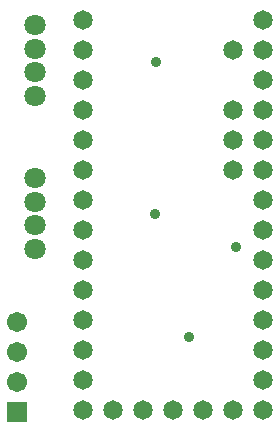
<source format=gbs>
G04 Layer_Color=16711935*
%FSAX24Y24*%
%MOIN*%
G70*
G01*
G75*
%ADD20R,0.0671X0.0671*%
%ADD21C,0.0671*%
%ADD22C,0.0710*%
%ADD23C,0.0650*%
%ADD24C,0.0360*%
D20*
X013700Y033400D02*
D03*
D21*
Y034400D02*
D03*
Y035400D02*
D03*
Y036400D02*
D03*
D22*
X014300Y038819D02*
D03*
Y039606D02*
D03*
Y040394D02*
D03*
Y041184D02*
D03*
Y043919D02*
D03*
Y044706D02*
D03*
Y045494D02*
D03*
Y046284D02*
D03*
D23*
X015900Y046450D02*
D03*
Y045450D02*
D03*
Y044450D02*
D03*
Y043450D02*
D03*
Y042450D02*
D03*
Y041450D02*
D03*
Y040450D02*
D03*
Y039450D02*
D03*
Y038450D02*
D03*
Y037450D02*
D03*
Y036450D02*
D03*
Y035450D02*
D03*
Y034450D02*
D03*
Y033450D02*
D03*
X016900D02*
D03*
X017900D02*
D03*
X018900D02*
D03*
X019900D02*
D03*
X020900D02*
D03*
X021900D02*
D03*
Y034450D02*
D03*
Y035450D02*
D03*
Y036450D02*
D03*
Y037450D02*
D03*
Y038450D02*
D03*
Y039450D02*
D03*
Y040450D02*
D03*
Y041450D02*
D03*
Y042450D02*
D03*
Y043450D02*
D03*
Y044450D02*
D03*
Y045450D02*
D03*
Y046450D02*
D03*
X020900Y045450D02*
D03*
Y043450D02*
D03*
Y042450D02*
D03*
Y041450D02*
D03*
D24*
X021000Y038900D02*
D03*
X018350Y045050D02*
D03*
X019450Y035900D02*
D03*
X018300Y040000D02*
D03*
M02*

</source>
